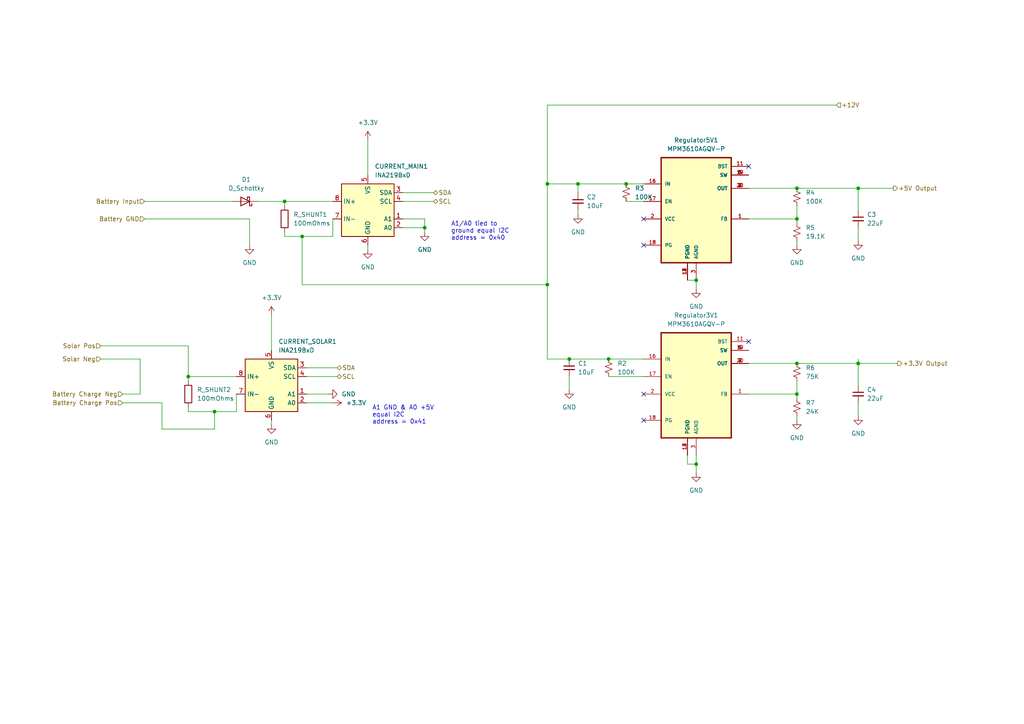
<source format=kicad_sch>
(kicad_sch (version 20211123) (generator eeschema)
  (paper "A4")
  (lib_symbols
    (symbol "Analog_ADC:INA219BxD"
      (property "Reference" "U" (at -6.35 8.89 0))
      (property "Value" "INA219BxD" (at 5.08 8.89 0))
      (symbol "INA219BxD_0_1"
        (rectangle (start -7.62 7.62) (end 7.62 -7.62) (stroke (width 0.254)) (fill (type background)))
      )
      (symbol "INA219BxD_1_1"
        (pin input line (at 10.16 -2.54 180) (length 2.54) (name "A1") (number "1"))
        (pin input line (at 10.16 -5.08 180) (length 2.54) (name "A0") (number "2"))
        (pin bidirectional line (at 10.16 5.08 180) (length 2.54) (name "SDA") (number "3"))
        (pin input line (at 10.16 2.54 180) (length 2.54) (name "SCL") (number "4"))
        (pin power_in line (at 0 10.16 270) (length 2.54) (name "VS") (number "5"))
        (pin power_in line (at 0 -10.16 90) (length 2.54) (name "GND") (number "6"))
        (pin input line (at -10.16 -2.54 0) (length 2.54) (name "IN-") (number "7"))
        (pin input line (at -10.16 2.54 0) (length 2.54) (name "IN+") (number "8"))
      )
    )
    (symbol "Device:C_Small" (pin_numbers hide) (pin_names (offset 0.254) hide)
      (property "Reference" "C" (at 0.254 1.778 0))
      (property "Value" "C_Small" (at 0.254 -2.032 0))
      (symbol "C_Small_0_1"
        (polyline (pts (xy -1.524 -0.508) (xy 1.524 -0.508)) (stroke (width 0.3302)))
        (polyline (pts (xy -1.524 0.508) (xy 1.524 0.508)) (stroke (width 0.3048)))
      )
      (symbol "C_Small_1_1"
        (pin passive line (at 0 2.54 270) (length 2.032) (name "~") (number "1"))
        (pin passive line (at 0 -2.54 90) (length 2.032) (name "~") (number "2"))
      )
    )
    (symbol "Device:D_Schottky" (pin_numbers hide) (pin_names (offset 1.016) hide)
      (property "Reference" "D" (at 0 2.54 0))
      (property "Value" "D_Schottky" (at 0 -2.54 0))
      (symbol "D_Schottky_0_1"
        (polyline (pts (xy 1.27 0) (xy -1.27 0)))
        (polyline (pts (xy 1.27 1.27) (xy 1.27 -1.27) (xy -1.27 0) (xy 1.27 1.27)) (stroke (width 0.254)))
        (polyline (pts (xy -1.905 0.635) (xy -1.905 1.27) (xy -1.27 1.27) (xy -1.27 -1.27) (xy -0.635 -1.27) (xy -0.635 -0.635)) (stroke (width 0.254)))
      )
      (symbol "D_Schottky_1_1"
        (pin passive line (at -3.81 0 0) (length 2.54) (name "K") (number "1"))
        (pin passive line (at 3.81 0 180) (length 2.54) (name "A") (number "2"))
      )
    )
    (symbol "Device:R" (pin_numbers hide) (pin_names (offset 0))
      (property "Reference" "R" (at 2.032 0 90))
      (property "Value" "R" (at 0 0 90))
      (symbol "R_0_1"
        (rectangle (start -1.016 -2.54) (end 1.016 2.54) (stroke (width 0.254)))
      )
      (symbol "R_1_1"
        (pin passive line (at 0 3.81 270) (length 1.27) (name "~") (number "1"))
        (pin passive line (at 0 -3.81 90) (length 1.27) (name "~") (number "2"))
      )
    )
    (symbol "Device:R_Small_US" (pin_numbers hide) (pin_names (offset 0.254) hide)
      (property "Reference" "R" (at 0.762 0.508 0))
      (property "Value" "R_Small_US" (at 0.762 -1.016 0))
      (symbol "R_Small_US_1_1"
        (polyline (pts (xy 0 0) (xy 1.016 -0.381) (xy 0 -0.762) (xy -1.016 -1.143) (xy 0 -1.524)))
        (polyline (pts (xy 0 1.524) (xy 1.016 1.143) (xy 0 0.762) (xy -1.016 0.381) (xy 0 0)))
        (pin passive line (at 0 2.54 270) (length 1.016) (name "~") (number "1"))
        (pin passive line (at 0 -2.54 90) (length 1.016) (name "~") (number "2"))
      )
    )
    (symbol "MPM3610AGQV-P:MPM3610AGQV-P" (pin_names (offset 1.016))
      (property "Reference" "U" (at -10.16 17.8054 0))
      (property "Value" "MPM3610AGQV-P" (at 10.16 -20.32 0))
      (symbol "MPM3610AGQV-P_0_0"
        (rectangle (start -10.16 -15.24) (end 10.16 15.24) (stroke (width 0.4064)) (fill (type background)))
        (pin input line (at 15.24 -2.54 180) (length 5.08) (name "FB") (number "1"))
        (pin bidirectional line (at 15.24 12.7 180) (length 5.08) (name "BST") (number "11"))
        (pin power_in line (at -2.54 -20.32 90) (length 5.08) (name "PGND") (number "12"))
        (pin power_in line (at -2.54 -20.32 90) (length 5.08) (name "PGND") (number "13"))
        (pin power_in line (at -2.54 -20.32 90) (length 5.08) (name "PGND") (number "14"))
        (pin input line (at -15.24 7.62 0) (length 5.08) (name "IN") (number "16"))
        (pin input line (at -15.24 2.54 0) (length 5.08) (name "EN") (number "17"))
        (pin output line (at -15.24 -10.16 0) (length 5.08) (name "PG") (number "18"))
        (pin output line (at 15.24 10.16 180) (length 5.08) (name "SW") (number "19"))
        (pin power_in line (at -15.24 -2.54 0) (length 5.08) (name "VCC") (number "2"))
        (pin output line (at 15.24 6.35 180) (length 5.08) (name "OUT") (number "20"))
        (pin power_in line (at 0 -20.32 90) (length 5.08) (name "AGND") (number "3"))
        (pin output line (at 15.24 10.16 180) (length 5.08) (name "SW") (number "4"))
        (pin output line (at 15.24 10.16 180) (length 5.08) (name "SW") (number "5"))
        (pin output line (at 15.24 10.16 180) (length 5.08) (name "SW") (number "6"))
        (pin output line (at 15.24 6.35 180) (length 5.08) (name "OUT") (number "7"))
        (pin output line (at 15.24 6.35 180) (length 5.08) (name "OUT") (number "8"))
        (pin output line (at 15.24 6.35 180) (length 5.08) (name "OUT") (number "9"))
      )
    )
    (symbol "MPM3610AGQV-P_1" (pin_names (offset 1.016))
      (property "Reference" "U" (at -10.16 17.8054 0))
      (property "Value" "MPM3610AGQV-P_1" (at 10.16 -20.32 0))
      (symbol "MPM3610AGQV-P_1_0_0"
        (rectangle (start -10.16 -15.24) (end 10.16 15.24) (stroke (width 0.4064)) (fill (type background)))
        (pin input line (at 15.24 -2.54 180) (length 5.08) (name "FB") (number "1"))
        (pin bidirectional line (at 15.24 12.7 180) (length 5.08) (name "BST") (number "11"))
        (pin power_in line (at -2.54 -20.32 90) (length 5.08) (name "PGND") (number "12"))
        (pin power_in line (at -2.54 -20.32 90) (length 5.08) (name "PGND") (number "13"))
        (pin power_in line (at -2.54 -20.32 90) (length 5.08) (name "PGND") (number "14"))
        (pin input line (at -15.24 7.62 0) (length 5.08) (name "IN") (number "16"))
        (pin input line (at -15.24 2.54 0) (length 5.08) (name "EN") (number "17"))
        (pin output line (at -15.24 -10.16 0) (length 5.08) (name "PG") (number "18"))
        (pin output line (at 15.24 10.16 180) (length 5.08) (name "SW") (number "19"))
        (pin power_in line (at -15.24 -2.54 0) (length 5.08) (name "VCC") (number "2"))
        (pin output line (at 15.24 6.35 180) (length 5.08) (name "OUT") (number "20"))
        (pin power_in line (at 0 -20.32 90) (length 5.08) (name "AGND") (number "3"))
        (pin output line (at 15.24 10.16 180) (length 5.08) (name "SW") (number "4"))
        (pin output line (at 15.24 10.16 180) (length 5.08) (name "SW") (number "5"))
        (pin output line (at 15.24 10.16 180) (length 5.08) (name "SW") (number "6"))
        (pin output line (at 15.24 6.35 180) (length 5.08) (name "OUT") (number "7"))
        (pin output line (at 15.24 6.35 180) (length 5.08) (name "OUT") (number "8"))
        (pin output line (at 15.24 6.35 180) (length 5.08) (name "OUT") (number "9"))
      )
    )
    (symbol "power:+3.3V" (power) (pin_names (offset 0))
      (property "Value" "+3.3V" (at 0 3.556 0))
      (symbol "+3.3V_0_1"
        (polyline (pts (xy -0.762 1.27) (xy 0 2.54)))
        (polyline (pts (xy 0 0) (xy 0 2.54)))
        (polyline (pts (xy 0 2.54) (xy 0.762 1.27)))
      )
      (symbol "+3.3V_1_1"
        (pin power_in line (at 0 0 90) (length 0) hide (name "+3.3V") (number "1"))
      )
    )
    (symbol "power:GND" (power) (pin_names (offset 0))
      (property "Value" "GND" (at 0 -3.81 0))
      (symbol "GND_0_1"
        (polyline (pts (xy 0 0) (xy 0 -1.27) (xy 1.27 -1.27) (xy 0 -2.54) (xy -1.27 -1.27) (xy 0 -1.27)))
      )
      (symbol "GND_1_1"
        (pin power_in line (at 0 0 270) (length 0) hide (name "GND") (number "1"))
      )
    )
  )
  (junction (at 165.1 104.14))
  (junction (at 82.55 58.42))
  (junction (at 201.93 134.62))
  (junction (at 231.14 105.41))
  (junction (at 54.61 109.22))
  (junction (at 62.23 119.38))
  (junction (at 181.61 53.34))
  (junction (at 158.75 82.55))
  (junction (at 231.14 114.3))
  (junction (at 201.93 81.28))
  (junction (at 231.14 54.61))
  (junction (at 87.63 68.58))
  (junction (at 231.14 63.5))
  (junction (at 123.19 66.04))
  (junction (at 158.75 53.34))
  (junction (at 176.53 104.14))
  (junction (at 167.64 53.34))
  (junction (at 248.92 54.61))
  (junction (at 248.92 105.41))
  (no_connect (at 186.69 63.5))
  (no_connect (at 186.69 71.12))
  (no_connect (at 186.69 114.3))
  (no_connect (at 186.69 121.92))
  (no_connect (at 217.17 48.26))
  (no_connect (at 217.17 99.06))
  (wire (pts (xy 231.14 54.61) (xy 248.92 54.61)))
  (wire (pts (xy 248.92 54.61) (xy 259.08 54.61)))
  (wire (pts (xy 96.52 68.58) (xy 96.52 63.5)))
  (wire (pts (xy 217.17 114.3) (xy 231.14 114.3)))
  (wire (pts (xy 72.39 63.5) (xy 72.39 71.12)))
  (wire (pts (xy 231.14 71.12) (xy 231.14 69.85)))
  (wire (pts (xy 248.92 105.41) (xy 248.92 111.76)))
  (wire (pts (xy 82.55 58.42) (xy 96.52 58.42)))
  (wire (pts (xy 41.91 58.42) (xy 67.31 58.42)))
  (wire (pts (xy 123.19 63.5) (xy 123.19 66.04)))
  (wire (pts (xy 82.55 68.58) (xy 82.55 67.31)))
  (wire (pts (xy 82.55 68.58) (xy 87.63 68.58)))
  (wire (pts (xy 248.92 66.04) (xy 248.92 69.85)))
  (wire (pts (xy 123.19 66.04) (xy 123.19 67.31)))
  (wire (pts (xy 82.55 58.42) (xy 82.55 59.69)))
  (wire (pts (xy 88.9 106.68) (xy 97.79 106.68)))
  (wire (pts (xy 167.64 53.34) (xy 167.64 55.88)))
  (wire (pts (xy 165.1 104.14) (xy 158.75 104.14)))
  (wire (pts (xy 87.63 68.58) (xy 96.52 68.58)))
  (wire (pts (xy 158.75 82.55) (xy 158.75 104.14)))
  (wire (pts (xy 88.9 109.22) (xy 97.79 109.22)))
  (wire (pts (xy 46.99 116.84) (xy 35.56 116.84)))
  (wire (pts (xy 106.68 71.12) (xy 106.68 72.39)))
  (wire (pts (xy 87.63 82.55) (xy 158.75 82.55)))
  (wire (pts (xy 199.39 81.28) (xy 201.93 81.28)))
  (wire (pts (xy 54.61 109.22) (xy 54.61 100.33)))
  (wire (pts (xy 41.91 63.5) (xy 72.39 63.5)))
  (wire (pts (xy 231.14 105.41) (xy 248.92 105.41)))
  (wire (pts (xy 231.14 115.57) (xy 231.14 114.3)))
  (wire (pts (xy 248.92 104.14) (xy 248.92 105.41)))
  (wire (pts (xy 248.92 54.61) (xy 248.92 60.96)))
  (wire (pts (xy 46.99 124.46) (xy 46.99 116.84)))
  (wire (pts (xy 54.61 119.38) (xy 62.23 119.38)))
  (wire (pts (xy 116.84 58.42) (xy 125.73 58.42)))
  (wire (pts (xy 40.64 104.14) (xy 40.64 114.3)))
  (wire (pts (xy 201.93 132.08) (xy 201.93 134.62)))
  (wire (pts (xy 167.64 53.34) (xy 181.61 53.34)))
  (wire (pts (xy 217.17 105.41) (xy 231.14 105.41)))
  (wire (pts (xy 201.93 134.62) (xy 201.93 137.16)))
  (wire (pts (xy 106.68 40.64) (xy 106.68 50.8)))
  (wire (pts (xy 78.74 91.44) (xy 78.74 101.6)))
  (wire (pts (xy 54.61 109.22) (xy 54.61 110.49)))
  (wire (pts (xy 87.63 68.58) (xy 87.63 82.55)))
  (wire (pts (xy 116.84 55.88) (xy 125.73 55.88)))
  (wire (pts (xy 40.64 104.14) (xy 29.21 104.14)))
  (wire (pts (xy 62.23 124.46) (xy 46.99 124.46)))
  (wire (pts (xy 176.53 104.14) (xy 165.1 104.14)))
  (wire (pts (xy 54.61 109.22) (xy 68.58 109.22)))
  (wire (pts (xy 242.57 30.48) (xy 158.75 30.48)))
  (wire (pts (xy 217.17 54.61) (xy 231.14 54.61)))
  (wire (pts (xy 62.23 119.38) (xy 68.58 119.38)))
  (wire (pts (xy 199.39 132.08) (xy 199.39 134.62)))
  (wire (pts (xy 158.75 30.48) (xy 158.75 53.34)))
  (wire (pts (xy 158.75 53.34) (xy 167.64 53.34)))
  (wire (pts (xy 231.14 114.3) (xy 231.14 110.49)))
  (wire (pts (xy 165.1 109.22) (xy 165.1 113.03)))
  (wire (pts (xy 231.14 63.5) (xy 231.14 59.69)))
  (wire (pts (xy 158.75 53.34) (xy 158.75 82.55)))
  (wire (pts (xy 54.61 119.38) (xy 54.61 118.11)))
  (wire (pts (xy 116.84 66.04) (xy 123.19 66.04)))
  (wire (pts (xy 181.61 53.34) (xy 186.69 53.34)))
  (wire (pts (xy 74.93 58.42) (xy 82.55 58.42)))
  (wire (pts (xy 35.56 114.3) (xy 40.64 114.3)))
  (wire (pts (xy 248.92 105.41) (xy 260.35 105.41)))
  (wire (pts (xy 186.69 104.14) (xy 176.53 104.14)))
  (wire (pts (xy 176.53 109.22) (xy 186.69 109.22)))
  (wire (pts (xy 88.9 116.84) (xy 96.52 116.84)))
  (wire (pts (xy 231.14 121.92) (xy 231.14 120.65)))
  (wire (pts (xy 78.74 121.92) (xy 78.74 123.19)))
  (wire (pts (xy 181.61 58.42) (xy 186.69 58.42)))
  (wire (pts (xy 217.17 63.5) (xy 231.14 63.5)))
  (wire (pts (xy 68.58 119.38) (xy 68.58 114.3)))
  (wire (pts (xy 199.39 134.62) (xy 201.93 134.62)))
  (wire (pts (xy 62.23 119.38) (xy 62.23 124.46)))
  (wire (pts (xy 116.84 63.5) (xy 123.19 63.5)))
  (wire (pts (xy 54.61 100.33) (xy 29.21 100.33)))
  (wire (pts (xy 231.14 64.77) (xy 231.14 63.5)))
  (wire (pts (xy 88.9 114.3) (xy 95.25 114.3)))
  (wire (pts (xy 248.92 116.84) (xy 248.92 120.65)))
  (wire (pts (xy 201.93 81.28) (xy 201.93 83.82)))
  (wire (pts (xy 167.64 60.96) (xy 167.64 62.23)))
  (text "A1 GND & A0 +5V\nequal I2C \naddress = 0x41" (at 107.95 123.19 0) (effects (font (size 1.27 1.27)) (justify left bottom)))
  (text "A1/A0 tied to \nground equal I2C \naddress = 0x40" (at 130.81 69.85 0) (effects (font (size 1.27 1.27)) (justify left bottom)))
  (hierarchical_label "SCL" (shape bidirectional) (at 125.73 58.42 0))
  (hierarchical_label "SDA" (shape bidirectional) (at 125.73 55.88 0))
  (hierarchical_label "Battery Charge Pos" (shape input) (at 35.56 116.84 180))
  (hierarchical_label "+12V" (shape input) (at 242.57 30.48 0))
  (hierarchical_label "Solar Pos" (shape input) (at 29.21 100.33 180))
  (hierarchical_label "SCL" (shape bidirectional) (at 97.79 109.22 0))
  (hierarchical_label "SDA" (shape bidirectional) (at 97.79 106.68 0))
  (hierarchical_label "Battery Charge Neg" (shape input) (at 35.56 114.3 180))
  (hierarchical_label "Solar Neg" (shape input) (at 29.21 104.14 180))
  (hierarchical_label "+3.3V Output" (shape output) (at 260.35 105.41 0))
  (hierarchical_label "+5V Output" (shape output) (at 259.08 54.61 0))
  (hierarchical_label "Battery Input" (shape input) (at 41.91 58.42 180))
  (hierarchical_label "Battery GND" (shape input) (at 41.91 63.5 180))
  (symbol (lib_name "MPM3610AGQV-P_1") (lib_id "MPM3610AGQV-P:MPM3610AGQV-P") (at 201.93 60.96 0) (unit 1)
    (property "Reference" "Regulator5V1" (at 201.93 40.64 0))
    (property "Value" "MPM3610AGQV-P" (at 201.93 43.18 0))
    (property "Footprint" "MPM3610AGQV-P:MPM3620AGQV-P" (effects hide))
    (property "AVAILABILITY" "Bad" (effects hide))
    (property "PRICE" "2.62 USD" (effects hide))
    (property "MF" "Monolithic Power Systems" (effects hide))
    (property "DESCRIPTION" "MPM3610A Series 21 V 1.2 A Adj. SMT Synchronous Step-Down Converter - QFN-20" (effects hide))
    (property "PARTREV" "1.0" (effects hide))
    (property "STANDARD" "Manufacturer recommendation" (effects hide))
    (property "PACKAGE" "QFN-20 Monolithic Power Systems" (effects hide))
    (property "MP" "MPM3610AGQV-P" (effects hide))
  )
  (symbol (lib_id "power:GND") (at 248.92 120.65 0) (unit 1)
    (property "Reference" "#PWR0108" (effects hide))
    (property "Value" "GND" (at 248.92 125.73 0))
  )
  (symbol (lib_id "Device:R_Small_US") (at 231.14 118.11 0) (unit 1)
    (property "Reference" "R7" (at 233.68 116.8399 0) (effects (justify left)))
    (property "Value" "24K" (at 233.68 119.3799 0) (effects (justify left)))
    (property "Footprint" "Resistor_SMD:R_0603_1608Metric" (effects hide))
  )
  (symbol (lib_id "Device:R_Small_US") (at 181.61 55.88 0) (unit 1)
    (property "Reference" "R3" (at 184.15 54.6099 0) (effects (justify left)))
    (property "Value" "100K" (at 184.15 57.1499 0) (effects (justify left)))
    (property "Footprint" "Resistor_SMD:R_0603_1608Metric" (effects hide))
  )
  (symbol (lib_id "power:GND") (at 123.19 67.31 0) (unit 1)
    (property "Reference" "#PWR0147" (effects hide))
    (property "Value" "GND" (at 123.19 72.39 0))
  )
  (symbol (lib_id "Device:R_Small_US") (at 231.14 57.15 0) (unit 1)
    (property "Reference" "R4" (at 233.68 55.8799 0) (effects (justify left)))
    (property "Value" "100K" (at 233.68 58.4199 0) (effects (justify left)))
    (property "Footprint" "Resistor_SMD:R_0603_1608Metric" (effects hide))
  )
  (symbol (lib_id "Analog_ADC:INA219BxD") (at 78.74 111.76 0) (unit 1)
    (property "Reference" "CURRENT_SOLAR1" (at 80.7594 99.06 0) (effects (justify left)))
    (property "Value" "INA219BxD" (at 80.7594 101.6 0) (effects (justify left)))
    (property "Footprint" "Package_SO:SOIC-8_3.9x4.9mm_P1.27mm" (effects hide))
    (property "Datasheet" "http://www.ti.com/lit/ds/symlink/ina219.pdf" (effects hide))
  )
  (symbol (lib_id "power:GND") (at 201.93 83.82 0) (unit 1)
    (property "Reference" "#PWR0142" (effects hide))
    (property "Value" "GND" (at 201.93 88.9 0))
  )
  (symbol (lib_id "power:+3.3V") (at 96.52 116.84 270) (unit 1)
    (property "Reference" "#PWR0150" (effects hide))
    (property "Value" "+3.3V" (at 100.33 116.8399 90) (effects (justify left)))
  )
  (symbol (lib_id "Analog_ADC:INA219BxD") (at 106.68 60.96 0) (unit 1)
    (property "Reference" "CURRENT_MAIN1" (at 108.6994 48.26 0) (effects (justify left)))
    (property "Value" "INA219BxD" (at 108.6994 50.8 0) (effects (justify left)))
    (property "Footprint" "Package_SO:SOIC-8_3.9x4.9mm_P1.27mm" (effects hide))
    (property "Datasheet" "http://www.ti.com/lit/ds/symlink/ina219.pdf" (effects hide))
  )
  (symbol (lib_id "Device:C_Small") (at 165.1 106.68 0) (unit 1)
    (property "Reference" "C1" (at 167.64 105.4162 0) (effects (justify left)))
    (property "Value" "10uF" (at 167.64 107.9562 0) (effects (justify left)))
    (property "Footprint" "Capacitor_SMD:C_0603_1608Metric_Pad1.08x0.95mm_HandSolder" (effects hide))
  )
  (symbol (lib_id "power:GND") (at 72.39 71.12 0) (unit 1)
    (property "Reference" "#PWR0112" (effects hide))
    (property "Value" "GND" (at 72.39 76.2 0))
  )
  (symbol (lib_id "power:GND") (at 78.74 123.19 0) (unit 1)
    (property "Reference" "#PWR0151" (effects hide))
    (property "Value" "GND" (at 78.74 128.27 0))
  )
  (symbol (lib_id "power:GND") (at 231.14 71.12 0) (unit 1)
    (property "Reference" "#PWR0111" (effects hide))
    (property "Value" "GND" (at 231.14 76.2 0))
  )
  (symbol (lib_id "Device:R") (at 54.61 114.3 0) (unit 1)
    (property "Reference" "R_SHUNT2" (at 57.15 113.0299 0) (effects (justify left)))
    (property "Value" "100mOhms" (at 57.15 115.5699 0) (effects (justify left)))
    (property "Footprint" "Resistor_SMD:R_2512_6332Metric" (effects hide))
  )
  (symbol (lib_id "power:GND") (at 165.1 113.03 0) (unit 1)
    (property "Reference" "#PWR0143" (effects hide))
    (property "Value" "GND" (at 165.1 118.11 0))
  )
  (symbol (lib_id "Device:C_Small") (at 167.64 58.42 0) (unit 1)
    (property "Reference" "C2" (at 170.18 57.1562 0) (effects (justify left)))
    (property "Value" "10uF" (at 170.18 59.6962 0) (effects (justify left)))
    (property "Footprint" "Capacitor_SMD:C_0603_1608Metric_Pad1.08x0.95mm_HandSolder" (effects hide))
  )
  (symbol (lib_id "power:GND") (at 106.68 72.39 0) (unit 1)
    (property "Reference" "#PWR0146" (effects hide))
    (property "Value" "GND" (at 106.68 77.47 0))
  )
  (symbol (lib_id "power:GND") (at 95.25 114.3 90) (unit 1)
    (property "Reference" "#PWR0149" (effects hide))
    (property "Value" "GND" (at 99.06 114.2999 90) (effects (justify right)))
  )
  (symbol (lib_id "power:+3.3V") (at 78.74 91.44 0) (unit 1)
    (property "Reference" "#PWR0148" (effects hide))
    (property "Value" "+3.3V" (at 78.74 86.36 0))
  )
  (symbol (lib_id "MPM3610AGQV-P:MPM3610AGQV-P") (at 201.93 111.76 0) (unit 1)
    (property "Reference" "Regulator3V1" (at 201.93 91.44 0))
    (property "Value" "MPM3610AGQV-P" (at 201.93 93.98 0))
    (property "Footprint" "MPM3610AGQV-P:MPM3620AGQV-P" (effects hide))
    (property "AVAILABILITY" "Bad" (effects hide))
    (property "PRICE" "2.62 USD" (effects hide))
    (property "MF" "Monolithic Power Systems" (effects hide))
    (property "DESCRIPTION" "MPM3610A Series 21 V 1.2 A Adj. SMT Synchronous Step-Down Converter - QFN-20" (effects hide))
    (property "PARTREV" "1.0" (effects hide))
    (property "STANDARD" "Manufacturer recommendation" (effects hide))
    (property "PACKAGE" "QFN-20 Monolithic Power Systems" (effects hide))
    (property "MP" "MPM3610AGQV-P" (effects hide))
  )
  (symbol (lib_id "power:GND") (at 167.64 62.23 0) (unit 1)
    (property "Reference" "#PWR0145" (effects hide))
    (property "Value" "GND" (at 167.64 67.31 0))
  )
  (symbol (lib_id "power:GND") (at 231.14 121.92 0) (unit 1)
    (property "Reference" "#PWR0107" (effects hide))
    (property "Value" "GND" (at 231.14 127 0))
  )
  (symbol (lib_id "Device:R") (at 82.55 63.5 0) (unit 1)
    (property "Reference" "R_SHUNT1" (at 85.09 62.2299 0) (effects (justify left)))
    (property "Value" "100mOhms" (at 85.09 64.7699 0) (effects (justify left)))
    (property "Footprint" "Resistor_SMD:R_2512_6332Metric" (effects hide))
  )
  (symbol (lib_id "power:GND") (at 201.93 137.16 0) (unit 1)
    (property "Reference" "#PWR0144" (effects hide))
    (property "Value" "GND" (at 201.93 142.24 0))
  )
  (symbol (lib_id "Device:C_Small") (at 248.92 114.3 0) (unit 1)
    (property "Reference" "C4" (at 251.46 113.0362 0) (effects (justify left)))
    (property "Value" "22uF" (at 251.46 115.5762 0) (effects (justify left)))
    (property "Footprint" "Capacitor_SMD:C_0603_1608Metric_Pad1.08x0.95mm_HandSolder" (effects hide))
  )
  (symbol (lib_id "Device:R_Small_US") (at 231.14 67.31 0) (unit 1)
    (property "Reference" "R5" (at 233.68 66.0399 0) (effects (justify left)))
    (property "Value" "19.1K" (at 233.68 68.5799 0) (effects (justify left)))
    (property "Footprint" "Resistor_SMD:R_0603_1608Metric" (effects hide))
  )
  (symbol (lib_id "power:+3.3V") (at 106.68 40.64 0) (unit 1)
    (property "Reference" "#PWR0109" (effects hide))
    (property "Value" "+3.3V" (at 106.68 35.56 0))
  )
  (symbol (lib_id "Device:R_Small_US") (at 176.53 106.68 0) (unit 1)
    (property "Reference" "R2" (at 179.07 105.4099 0) (effects (justify left)))
    (property "Value" "100K" (at 179.07 107.9499 0) (effects (justify left)))
    (property "Footprint" "Resistor_SMD:R_0603_1608Metric" (effects hide))
  )
  (symbol (lib_id "Device:D_Schottky") (at 71.12 58.42 180) (unit 1)
    (property "Reference" "D1" (at 71.4375 52.07 0))
    (property "Value" "D_Schottky" (at 71.4375 54.61 0))
    (property "Footprint" "Diode_THT:D_5W_P5.08mm_Vertical_AnodeUp" (effects hide))
  )
  (symbol (lib_id "Device:C_Small") (at 248.92 63.5 0) (unit 1)
    (property "Reference" "C3" (at 251.46 62.2362 0) (effects (justify left)))
    (property "Value" "22uF" (at 251.46 64.7762 0) (effects (justify left)))
    (property "Footprint" "Capacitor_SMD:C_0603_1608Metric_Pad1.08x0.95mm_HandSolder" (effects hide))
  )
  (symbol (lib_id "Device:R_Small_US") (at 231.14 107.95 0) (unit 1)
    (property "Reference" "R6" (at 233.68 106.6799 0) (effects (justify left)))
    (property "Value" "75K" (at 233.68 109.2199 0) (effects (justify left)))
    (property "Footprint" "Resistor_SMD:R_0603_1608Metric" (effects hide))
  )
  (symbol (lib_id "power:GND") (at 248.92 69.85 0) (unit 1)
    (property "Reference" "#PWR0110" (effects hide))
    (property "Value" "GND" (at 248.92 74.93 0))
  )
)
</source>
